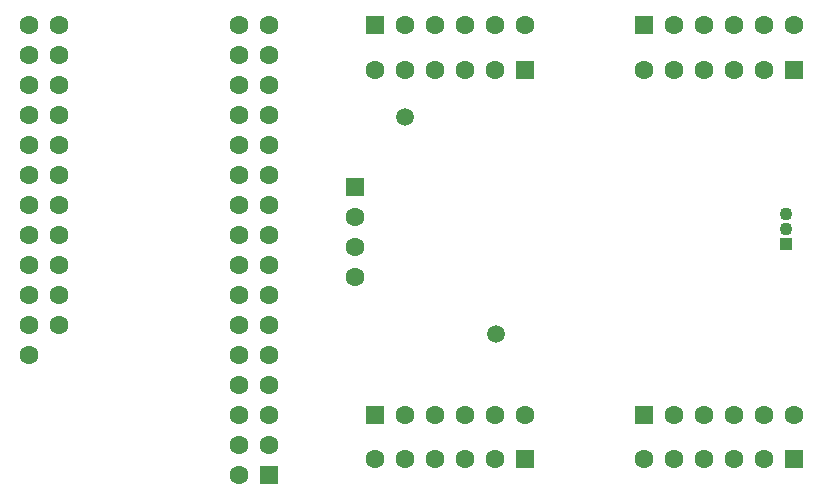
<source format=gts>
%FSLAX33Y33*%
%MOMM*%
%AMRect-W1600000-H1600000-RO1.500*
21,1,1.6,1.6,0.,0.,90*%
%AMRect-W1600000-H1600000-RO1.500*
21,1,1.6,1.6,0.,0.,90*%
%AMRect-W1600000-H1600000-RO0.500*
21,1,1.6,1.6,0.,0.,270*%
%AMRect-W1600000-H1600000-RO0.500*
21,1,1.6,1.6,0.,0.,270*%
%AMRect-W1600000-H1600000-RO1.000*
21,1,1.6,1.6,0.,0.,180*%
%ADD10C,1.5*%
%ADD11C,1.6*%
%ADD12Rect-W1600000-H1600000-RO1.500*%
%ADD13Rect-W1600000-H1600000-RO1.500*%
%ADD14C,1.6*%
%ADD15Rect-W1600000-H1600000-RO0.500*%
%ADD16R,1.6X1.6*%
%ADD17C,1.6*%
%ADD18Rect-W1600000-H1600000-RO0.500*%
%ADD19C,1.6*%
%ADD20Rect-W1600000-H1600000-RO1.000*%
%ADD21C,1.1*%
%ADD22R,1.1X1.1*%
D10*
%LNtop solder mask_traces*%
G01*
X-3660Y-6800D03*
X4000Y-25125D03*
%LNtop solder mask component 9d72f970da236fb1*%
D11*
X3960Y-2750D03*
X1420Y-2750D03*
X-1120Y-2750D03*
X-3660Y-2750D03*
X-6200Y-2750D03*
D12*
X6500Y-2750D03*
%LNtop solder mask component 50730f7896073af7*%
D11*
X19090Y1000D03*
X21630Y1000D03*
X24170Y1000D03*
X26710Y1000D03*
X29250Y1000D03*
D13*
X16550Y1000D03*
%LNtop solder mask component 37f37e580a4ef7da*%
D14*
X26710Y-35750D03*
X24170Y-35750D03*
X21630Y-35750D03*
X19090Y-35750D03*
X16550Y-35750D03*
D15*
X29250Y-35750D03*
%LNtop solder mask component d4796d907e8f96a4*%
D11*
X-3660Y1000D03*
X-1120Y1000D03*
X1420Y1000D03*
X3960Y1000D03*
X6500Y1000D03*
D13*
X-6200Y1000D03*
%LNtop solder mask component 5fc81dfec5721ef8*%
D16*
X-7900Y-12715D03*
D17*
X-7900Y-15255D03*
X-7900Y-17795D03*
X-7900Y-20335D03*
%LNtop solder mask component 652db1df5cb2c357*%
D14*
X19090Y-32000D03*
X21630Y-32000D03*
X24170Y-32000D03*
X26710Y-32000D03*
X29250Y-32000D03*
D18*
X16550Y-32000D03*
%LNtop solder mask component 255e2a8b208ea0ae*%
D19*
X-15180Y-34510D03*
X-15180Y-31970D03*
X-15180Y-29430D03*
X-15180Y-26890D03*
X-15180Y-24350D03*
X-15180Y-21810D03*
X-15180Y-19270D03*
X-15180Y-16730D03*
X-15180Y-14190D03*
X-15180Y-11650D03*
X-15180Y-9110D03*
X-15180Y-6570D03*
X-15180Y-4030D03*
X-15180Y-1490D03*
X-15180Y1050D03*
X-17720Y-37050D03*
X-17720Y-34510D03*
X-17720Y-31970D03*
X-17720Y-29430D03*
X-17720Y-26890D03*
X-17720Y-24350D03*
X-17720Y-21810D03*
X-17720Y-19270D03*
X-17720Y-16730D03*
X-17720Y-14190D03*
X-17720Y-11650D03*
X-17720Y-9110D03*
X-17720Y-6570D03*
X-17720Y-4030D03*
X-17720Y-1490D03*
X-17720Y1050D03*
X-32960Y-14190D03*
X-32960Y-16730D03*
X-32960Y-11650D03*
X-32960Y-4030D03*
X-32960Y-9110D03*
X-32960Y-1490D03*
X-32960Y-6570D03*
X-32960Y1050D03*
X-32960Y-24350D03*
X-32960Y-21810D03*
X-32960Y-19270D03*
X-35500Y-24350D03*
X-35500Y-21810D03*
X-35500Y-19270D03*
X-35500Y-16730D03*
X-35500Y-14190D03*
X-35500Y-11650D03*
X-35500Y-9110D03*
X-35500Y-6570D03*
X-35500Y-4030D03*
X-35500Y-1490D03*
X-35500Y1050D03*
X-35500Y-26890D03*
D20*
X-15180Y-37050D03*
%LNtop solder mask component a1a45fffd741063f*%
D14*
X3960Y-35750D03*
X1420Y-35750D03*
X-1120Y-35750D03*
X-3660Y-35750D03*
X-6200Y-35750D03*
D15*
X6500Y-35750D03*
%LNtop solder mask component f91f4e25b9a7db2f*%
D21*
X28615Y-15005D03*
X28615Y-16275D03*
D22*
X28615Y-17545D03*
%LNtop solder mask component c50b25ac4a41304b*%
D11*
X26710Y-2750D03*
X24170Y-2750D03*
X21630Y-2750D03*
X19090Y-2750D03*
X16550Y-2750D03*
D12*
X29250Y-2750D03*
%LNtop solder mask component f983df3605afa4ed*%
D14*
X-3660Y-32000D03*
X-1120Y-32000D03*
X1420Y-32000D03*
X3960Y-32000D03*
X6500Y-32000D03*
D18*
X-6200Y-32000D03*
M02*
</source>
